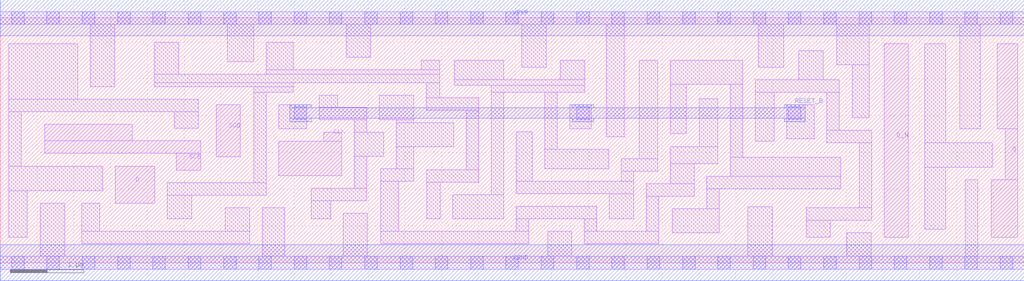
<source format=lef>
# Copyright 2020 The SkyWater PDK Authors
#
# Licensed under the Apache License, Version 2.0 (the "License");
# you may not use this file except in compliance with the License.
# You may obtain a copy of the License at
#
#     https://www.apache.org/licenses/LICENSE-2.0
#
# Unless required by applicable law or agreed to in writing, software
# distributed under the License is distributed on an "AS IS" BASIS,
# WITHOUT WARRANTIES OR CONDITIONS OF ANY KIND, either express or implied.
# See the License for the specific language governing permissions and
# limitations under the License.
#
# SPDX-License-Identifier: Apache-2.0

VERSION 5.7 ;
  NAMESCASESENSITIVE ON ;
  NOWIREEXTENSIONATPIN ON ;
  DIVIDERCHAR "/" ;
  BUSBITCHARS "[]" ;
UNITS
  DATABASE MICRONS 200 ;
END UNITS
MACRO sky130_fd_sc_ms__sdfrbp_1
  CLASS CORE ;
  SOURCE USER ;
  FOREIGN sky130_fd_sc_ms__sdfrbp_1 ;
  ORIGIN  0.000000  0.000000 ;
  SIZE  13.92000 BY  3.330000 ;
  SYMMETRY X Y R90 ;
  SITE unit ;
  PIN D
    ANTENNAGATEAREA  0.178200 ;
    DIRECTION INPUT ;
    USE SIGNAL ;
    PORT
      LAYER li1 ;
        RECT 1.565000 0.810000 2.100000 1.310000 ;
    END
  END D
  PIN Q
    ANTENNADIFFAREA  0.502100 ;
    DIRECTION OUTPUT ;
    USE SIGNAL ;
    PORT
      LAYER li1 ;
        RECT 13.470000 0.350000 13.835000 1.130000 ;
        RECT 13.555000 1.820000 13.835000 2.980000 ;
        RECT 13.665000 1.130000 13.835000 1.820000 ;
    END
  END Q
  PIN Q_N
    ANTENNADIFFAREA  0.520800 ;
    DIRECTION OUTPUT ;
    USE SIGNAL ;
    PORT
      LAYER li1 ;
        RECT 12.015000 0.350000 12.345000 2.980000 ;
    END
  END Q_N
  PIN RESET_B
    ANTENNAGATEAREA  0.455400 ;
    DIRECTION INPUT ;
    USE SIGNAL ;
    PORT
      LAYER met1 ;
        RECT  3.935000 1.920000  4.225000 1.965000 ;
        RECT  3.935000 1.965000 10.945000 2.105000 ;
        RECT  3.935000 2.105000  4.225000 2.150000 ;
        RECT  7.775000 1.920000  8.065000 1.965000 ;
        RECT  7.775000 2.105000  8.065000 2.150000 ;
        RECT 10.655000 1.920000 10.945000 1.965000 ;
        RECT 10.655000 2.105000 10.945000 2.150000 ;
    END
  END RESET_B
  PIN SCD
    ANTENNAGATEAREA  0.178200 ;
    DIRECTION INPUT ;
    USE SIGNAL ;
    PORT
      LAYER li1 ;
        RECT 2.935000 1.440000 3.265000 2.150000 ;
    END
  END SCD
  PIN SCE
    ANTENNAGATEAREA  0.356400 ;
    DIRECTION INPUT ;
    USE SIGNAL ;
    PORT
      LAYER li1 ;
        RECT 0.605000 1.490000 2.725000 1.660000 ;
        RECT 0.605000 1.660000 1.795000 1.880000 ;
        RECT 2.395000 1.260000 2.725000 1.490000 ;
    END
  END SCE
  PIN CLK
    ANTENNAGATEAREA  0.312600 ;
    DIRECTION INPUT ;
    USE CLOCK ;
    PORT
      LAYER li1 ;
        RECT 3.785000 1.180000 4.645000 1.650000 ;
        RECT 4.395000 1.650000 4.645000 1.775000 ;
    END
  END CLK
  PIN VGND
    DIRECTION INOUT ;
    USE GROUND ;
    PORT
      LAYER met1 ;
        RECT 0.000000 -0.245000 13.920000 0.245000 ;
    END
  END VGND
  PIN VPWR
    DIRECTION INOUT ;
    USE POWER ;
    PORT
      LAYER met1 ;
        RECT 0.000000 3.085000 13.920000 3.575000 ;
    END
  END VPWR
  OBS
    LAYER li1 ;
      RECT  0.000000 -0.085000 13.920000 0.085000 ;
      RECT  0.000000  3.245000 13.920000 3.415000 ;
      RECT  0.115000  0.350000  0.365000 0.980000 ;
      RECT  0.115000  0.980000  1.395000 1.310000 ;
      RECT  0.115000  1.310000  0.285000 2.050000 ;
      RECT  0.115000  2.050000  2.695000 2.220000 ;
      RECT  0.115000  2.220000  1.055000 2.975000 ;
      RECT  0.545000  0.085000  0.875000 0.810000 ;
      RECT  1.105000  0.255000  3.390000 0.425000 ;
      RECT  1.105000  0.425000  1.355000 0.810000 ;
      RECT  1.225000  2.390000  1.555000 3.245000 ;
      RECT  2.095000  2.390000  3.985000 2.445000 ;
      RECT  2.095000  2.445000  5.975000 2.560000 ;
      RECT  2.095000  2.560000  2.425000 3.000000 ;
      RECT  2.270000  0.595000  2.600000 0.920000 ;
      RECT  2.270000  0.920000  3.615000 1.090000 ;
      RECT  2.365000  1.830000  2.695000 2.050000 ;
      RECT  3.060000  0.425000  3.390000 0.750000 ;
      RECT  3.085000  2.730000  3.445000 3.245000 ;
      RECT  3.445000  1.090000  3.615000 2.320000 ;
      RECT  3.445000  2.320000  3.985000 2.390000 ;
      RECT  3.560000  0.085000  3.865000 0.750000 ;
      RECT  3.615000  2.560000  5.975000 2.625000 ;
      RECT  3.615000  2.625000  3.985000 3.000000 ;
      RECT  3.785000  1.820000  4.165000 2.150000 ;
      RECT  4.225000  0.595000  4.490000 0.840000 ;
      RECT  4.225000  0.840000  4.985000 1.010000 ;
      RECT  4.335000  1.945000  4.985000 2.115000 ;
      RECT  4.335000  2.115000  4.585000 2.275000 ;
      RECT  4.660000  0.085000  4.990000 0.670000 ;
      RECT  4.705000  2.795000  5.035000 3.245000 ;
      RECT  4.815000  1.010000  4.985000 1.445000 ;
      RECT  4.815000  1.445000  5.215000 1.775000 ;
      RECT  4.815000  1.775000  4.985000 1.945000 ;
      RECT  5.155000  1.945000  5.620000 2.275000 ;
      RECT  5.170000  0.255000  7.185000 0.425000 ;
      RECT  5.170000  0.425000  5.420000 1.105000 ;
      RECT  5.170000  1.105000  5.620000 1.275000 ;
      RECT  5.385000  1.275000  5.620000 1.575000 ;
      RECT  5.385000  1.575000  6.165000 1.905000 ;
      RECT  5.385000  1.905000  5.620000 1.945000 ;
      RECT  5.725000  2.625000  5.975000 2.755000 ;
      RECT  5.790000  2.075000  6.505000 2.245000 ;
      RECT  5.790000  2.245000  5.975000 2.445000 ;
      RECT  5.800000  0.595000  5.980000 1.095000 ;
      RECT  5.800000  1.095000  6.505000 1.265000 ;
      RECT  6.150000  0.595000  6.845000 0.925000 ;
      RECT  6.175000  2.415000  7.945000 2.490000 ;
      RECT  6.175000  2.490000  6.845000 2.755000 ;
      RECT  6.335000  1.265000  6.505000 2.075000 ;
      RECT  6.675000  0.925000  6.845000 2.320000 ;
      RECT  6.675000  2.320000  7.945000 2.415000 ;
      RECT  7.015000  0.425000  7.185000 0.595000 ;
      RECT  7.015000  0.595000  8.110000 0.765000 ;
      RECT  7.015000  0.935000  8.610000 1.105000 ;
      RECT  7.015000  1.105000  7.235000 1.780000 ;
      RECT  7.090000  2.660000  7.420000 3.245000 ;
      RECT  7.405000  1.275000  8.270000 1.545000 ;
      RECT  7.405000  1.545000  7.575000 2.320000 ;
      RECT  7.440000  0.085000  7.770000 0.425000 ;
      RECT  7.615000  2.490000  7.945000 2.755000 ;
      RECT  7.745000  1.820000  8.035000 2.150000 ;
      RECT  7.940000  0.255000  8.950000 0.425000 ;
      RECT  7.940000  0.425000  8.110000 0.595000 ;
      RECT  8.235000  1.715000  8.485000 3.245000 ;
      RECT  8.280000  0.595000  8.610000 0.935000 ;
      RECT  8.440000  1.105000  8.610000 1.245000 ;
      RECT  8.440000  1.245000  8.935000 1.415000 ;
      RECT  8.685000  1.415000  8.935000 2.755000 ;
      RECT  8.780000  0.425000  8.950000 0.905000 ;
      RECT  8.780000  0.905000  9.435000 1.075000 ;
      RECT  9.105000  1.075000  9.435000 1.345000 ;
      RECT  9.105000  1.345000  9.755000 1.575000 ;
      RECT  9.105000  1.755000  9.325000 2.425000 ;
      RECT  9.105000  2.425000 10.095000 2.755000 ;
      RECT  9.135000  0.405000  9.775000 0.735000 ;
      RECT  9.505000  1.575000  9.755000 2.230000 ;
      RECT  9.605000  0.735000  9.775000 1.005000 ;
      RECT  9.605000  1.005000 11.425000 1.175000 ;
      RECT  9.925000  1.175000 11.425000 1.435000 ;
      RECT  9.925000  1.435000 10.095000 2.425000 ;
      RECT 10.165000  0.085000 10.495000 0.760000 ;
      RECT 10.265000  1.650000 10.525000 2.320000 ;
      RECT 10.265000  2.320000 11.405000 2.490000 ;
      RECT 10.305000  2.660000 10.650000 3.245000 ;
      RECT 10.695000  1.685000 11.065000 2.150000 ;
      RECT 10.855000  2.490000 11.185000 2.885000 ;
      RECT 10.955000  0.350000 11.285000 0.580000 ;
      RECT 10.955000  0.580000 11.845000 0.750000 ;
      RECT 11.235000  1.630000 11.845000 1.800000 ;
      RECT 11.235000  1.800000 11.405000 2.320000 ;
      RECT 11.370000  2.695000 11.815000 3.245000 ;
      RECT 11.510000  0.085000 11.840000 0.410000 ;
      RECT 11.585000  1.970000 11.815000 2.695000 ;
      RECT 11.675000  0.750000 11.845000 1.630000 ;
      RECT 12.570000  0.455000 12.855000 1.300000 ;
      RECT 12.570000  1.300000 13.485000 1.630000 ;
      RECT 12.570000  1.630000 12.855000 2.980000 ;
      RECT 13.045000  1.820000 13.325000 3.245000 ;
      RECT 13.120000  0.085000 13.290000 1.130000 ;
    LAYER mcon ;
      RECT  0.155000 -0.085000  0.325000 0.085000 ;
      RECT  0.155000  3.245000  0.325000 3.415000 ;
      RECT  0.635000 -0.085000  0.805000 0.085000 ;
      RECT  0.635000  3.245000  0.805000 3.415000 ;
      RECT  1.115000 -0.085000  1.285000 0.085000 ;
      RECT  1.115000  3.245000  1.285000 3.415000 ;
      RECT  1.595000 -0.085000  1.765000 0.085000 ;
      RECT  1.595000  3.245000  1.765000 3.415000 ;
      RECT  2.075000 -0.085000  2.245000 0.085000 ;
      RECT  2.075000  3.245000  2.245000 3.415000 ;
      RECT  2.555000 -0.085000  2.725000 0.085000 ;
      RECT  2.555000  3.245000  2.725000 3.415000 ;
      RECT  3.035000 -0.085000  3.205000 0.085000 ;
      RECT  3.035000  3.245000  3.205000 3.415000 ;
      RECT  3.515000 -0.085000  3.685000 0.085000 ;
      RECT  3.515000  3.245000  3.685000 3.415000 ;
      RECT  3.995000 -0.085000  4.165000 0.085000 ;
      RECT  3.995000  1.950000  4.165000 2.120000 ;
      RECT  3.995000  3.245000  4.165000 3.415000 ;
      RECT  4.475000 -0.085000  4.645000 0.085000 ;
      RECT  4.475000  3.245000  4.645000 3.415000 ;
      RECT  4.955000 -0.085000  5.125000 0.085000 ;
      RECT  4.955000  3.245000  5.125000 3.415000 ;
      RECT  5.435000 -0.085000  5.605000 0.085000 ;
      RECT  5.435000  3.245000  5.605000 3.415000 ;
      RECT  5.915000 -0.085000  6.085000 0.085000 ;
      RECT  5.915000  3.245000  6.085000 3.415000 ;
      RECT  6.395000 -0.085000  6.565000 0.085000 ;
      RECT  6.395000  3.245000  6.565000 3.415000 ;
      RECT  6.875000 -0.085000  7.045000 0.085000 ;
      RECT  6.875000  3.245000  7.045000 3.415000 ;
      RECT  7.355000 -0.085000  7.525000 0.085000 ;
      RECT  7.355000  3.245000  7.525000 3.415000 ;
      RECT  7.835000 -0.085000  8.005000 0.085000 ;
      RECT  7.835000  1.950000  8.005000 2.120000 ;
      RECT  7.835000  3.245000  8.005000 3.415000 ;
      RECT  8.315000 -0.085000  8.485000 0.085000 ;
      RECT  8.315000  3.245000  8.485000 3.415000 ;
      RECT  8.795000 -0.085000  8.965000 0.085000 ;
      RECT  8.795000  3.245000  8.965000 3.415000 ;
      RECT  9.275000 -0.085000  9.445000 0.085000 ;
      RECT  9.275000  3.245000  9.445000 3.415000 ;
      RECT  9.755000 -0.085000  9.925000 0.085000 ;
      RECT  9.755000  3.245000  9.925000 3.415000 ;
      RECT 10.235000 -0.085000 10.405000 0.085000 ;
      RECT 10.235000  3.245000 10.405000 3.415000 ;
      RECT 10.715000 -0.085000 10.885000 0.085000 ;
      RECT 10.715000  1.950000 10.885000 2.120000 ;
      RECT 10.715000  3.245000 10.885000 3.415000 ;
      RECT 11.195000 -0.085000 11.365000 0.085000 ;
      RECT 11.195000  3.245000 11.365000 3.415000 ;
      RECT 11.675000 -0.085000 11.845000 0.085000 ;
      RECT 11.675000  3.245000 11.845000 3.415000 ;
      RECT 12.155000 -0.085000 12.325000 0.085000 ;
      RECT 12.155000  3.245000 12.325000 3.415000 ;
      RECT 12.635000 -0.085000 12.805000 0.085000 ;
      RECT 12.635000  3.245000 12.805000 3.415000 ;
      RECT 13.115000 -0.085000 13.285000 0.085000 ;
      RECT 13.115000  3.245000 13.285000 3.415000 ;
      RECT 13.595000 -0.085000 13.765000 0.085000 ;
      RECT 13.595000  3.245000 13.765000 3.415000 ;
  END
END sky130_fd_sc_ms__sdfrbp_1

</source>
